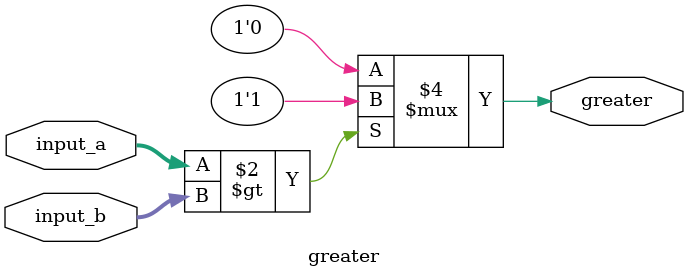
<source format=v>
module greater #(
    parameter WORDSIZE = 64            /* define o tamanho da palavra */
) (
    input wire [WORDSIZE-1:0] input_a,  
    input wire [WORDSIZE-1:0] input_b,
    output reg greater                  /*  */
); 

    always@(*) begin
        if(input_a > input_b)
            greater <= 1'b1;   /* greater = 1 se a > b */
        else 
            greater <= 1'b0;   /* greater = 0 se a <= b */
    end
endmodule
</source>
